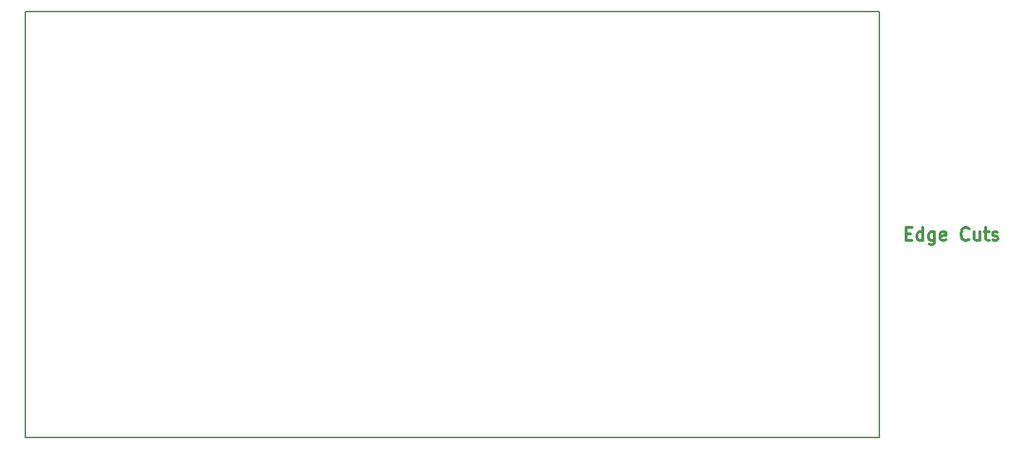
<source format=gbr>
G04 (created by PCBNEW (2013-mar-13)-testing) date Thu 26 Sep 2013 17:04:14 BST*
%MOIN*%
G04 Gerber Fmt 3.4, Leading zero omitted, Abs format*
%FSLAX34Y34*%
G01*
G70*
G90*
G04 APERTURE LIST*
%ADD10C,0.005906*%
%ADD11C,0.011811*%
G04 APERTURE END LIST*
G54D10*
G54D11*
X45331Y-14997D02*
X45528Y-14997D01*
X45613Y-15306D02*
X45331Y-15306D01*
X45331Y-14715D01*
X45613Y-14715D01*
X46119Y-15306D02*
X46119Y-14715D01*
X46119Y-15278D02*
X46062Y-15306D01*
X45950Y-15306D01*
X45894Y-15278D01*
X45866Y-15250D01*
X45838Y-15194D01*
X45838Y-15025D01*
X45866Y-14969D01*
X45894Y-14940D01*
X45950Y-14912D01*
X46062Y-14912D01*
X46119Y-14940D01*
X46653Y-14912D02*
X46653Y-15390D01*
X46625Y-15447D01*
X46597Y-15475D01*
X46541Y-15503D01*
X46456Y-15503D01*
X46400Y-15475D01*
X46653Y-15278D02*
X46597Y-15306D01*
X46484Y-15306D01*
X46428Y-15278D01*
X46400Y-15250D01*
X46372Y-15194D01*
X46372Y-15025D01*
X46400Y-14969D01*
X46428Y-14940D01*
X46484Y-14912D01*
X46597Y-14912D01*
X46653Y-14940D01*
X47159Y-15278D02*
X47103Y-15306D01*
X46991Y-15306D01*
X46934Y-15278D01*
X46906Y-15222D01*
X46906Y-14997D01*
X46934Y-14940D01*
X46991Y-14912D01*
X47103Y-14912D01*
X47159Y-14940D01*
X47187Y-14997D01*
X47187Y-15053D01*
X46906Y-15109D01*
X48228Y-15250D02*
X48200Y-15278D01*
X48115Y-15306D01*
X48059Y-15306D01*
X47975Y-15278D01*
X47919Y-15222D01*
X47890Y-15165D01*
X47862Y-15053D01*
X47862Y-14969D01*
X47890Y-14856D01*
X47919Y-14800D01*
X47975Y-14744D01*
X48059Y-14715D01*
X48115Y-14715D01*
X48200Y-14744D01*
X48228Y-14772D01*
X48734Y-14912D02*
X48734Y-15306D01*
X48481Y-14912D02*
X48481Y-15222D01*
X48509Y-15278D01*
X48565Y-15306D01*
X48650Y-15306D01*
X48706Y-15278D01*
X48734Y-15250D01*
X48931Y-14912D02*
X49156Y-14912D01*
X49015Y-14715D02*
X49015Y-15222D01*
X49043Y-15278D01*
X49100Y-15306D01*
X49156Y-15306D01*
X49325Y-15278D02*
X49381Y-15306D01*
X49493Y-15306D01*
X49550Y-15278D01*
X49578Y-15222D01*
X49578Y-15194D01*
X49550Y-15137D01*
X49493Y-15109D01*
X49409Y-15109D01*
X49353Y-15081D01*
X49325Y-15025D01*
X49325Y-14997D01*
X49353Y-14940D01*
X49409Y-14912D01*
X49493Y-14912D01*
X49550Y-14940D01*
G54D10*
X4724Y-24409D02*
X4724Y-4724D01*
X44094Y-24409D02*
X4724Y-24409D01*
X44094Y-4724D02*
X44094Y-24409D01*
X4724Y-4724D02*
X44094Y-4724D01*
M02*

</source>
